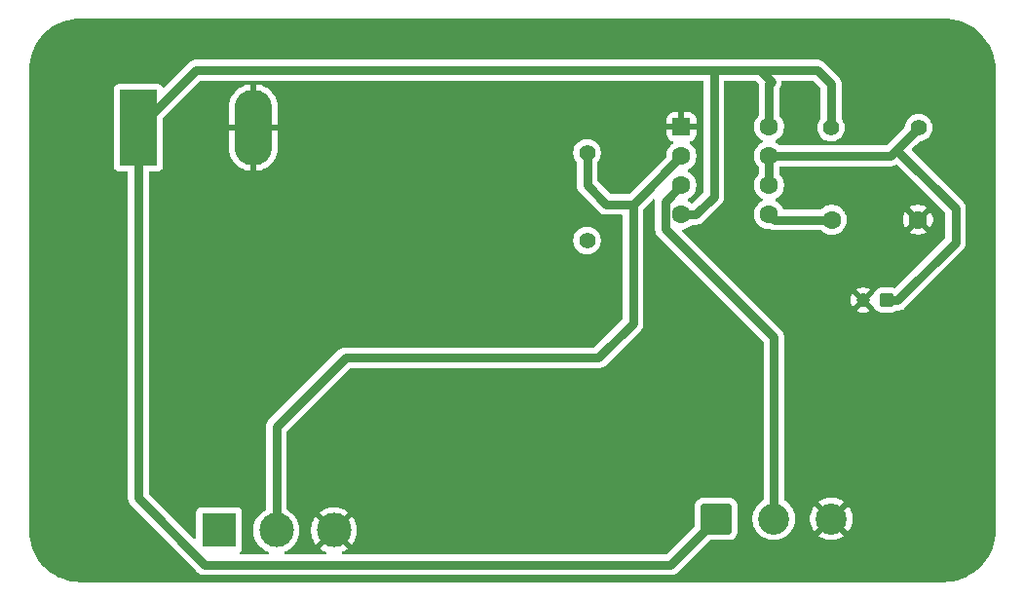
<source format=gbr>
%TF.GenerationSoftware,KiCad,Pcbnew,9.0.2*%
%TF.CreationDate,2025-06-20T12:40:34-04:00*%
%TF.ProjectId,criss,63726973-732e-46b6-9963-61645f706362,rev?*%
%TF.SameCoordinates,Original*%
%TF.FileFunction,Copper,L2,Bot*%
%TF.FilePolarity,Positive*%
%FSLAX46Y46*%
G04 Gerber Fmt 4.6, Leading zero omitted, Abs format (unit mm)*
G04 Created by KiCad (PCBNEW 9.0.2) date 2025-06-20 12:40:34*
%MOMM*%
%LPD*%
G01*
G04 APERTURE LIST*
G04 Aperture macros list*
%AMRoundRect*
0 Rectangle with rounded corners*
0 $1 Rounding radius*
0 $2 $3 $4 $5 $6 $7 $8 $9 X,Y pos of 4 corners*
0 Add a 4 corners polygon primitive as box body*
4,1,4,$2,$3,$4,$5,$6,$7,$8,$9,$2,$3,0*
0 Add four circle primitives for the rounded corners*
1,1,$1+$1,$2,$3*
1,1,$1+$1,$4,$5*
1,1,$1+$1,$6,$7*
1,1,$1+$1,$8,$9*
0 Add four rect primitives between the rounded corners*
20,1,$1+$1,$2,$3,$4,$5,0*
20,1,$1+$1,$4,$5,$6,$7,0*
20,1,$1+$1,$6,$7,$8,$9,0*
20,1,$1+$1,$8,$9,$2,$3,0*%
G04 Aperture macros list end*
%TA.AperFunction,ComponentPad*%
%ADD10RoundRect,0.250000X0.350000X0.350000X-0.350000X0.350000X-0.350000X-0.350000X0.350000X-0.350000X0*%
%TD*%
%TA.AperFunction,ComponentPad*%
%ADD11C,1.200000*%
%TD*%
%TA.AperFunction,ComponentPad*%
%ADD12RoundRect,0.250000X-0.550000X-0.550000X0.550000X-0.550000X0.550000X0.550000X-0.550000X0.550000X0*%
%TD*%
%TA.AperFunction,ComponentPad*%
%ADD13C,1.600000*%
%TD*%
%TA.AperFunction,ComponentPad*%
%ADD14R,3.300000X6.600000*%
%TD*%
%TA.AperFunction,ComponentPad*%
%ADD15O,3.300000X6.600000*%
%TD*%
%TA.AperFunction,ComponentPad*%
%ADD16C,1.400000*%
%TD*%
%TA.AperFunction,ComponentPad*%
%ADD17R,3.000000X3.000000*%
%TD*%
%TA.AperFunction,ComponentPad*%
%ADD18C,3.000000*%
%TD*%
%TA.AperFunction,ComponentPad*%
%ADD19RoundRect,0.250001X-1.099999X-1.099999X1.099999X-1.099999X1.099999X1.099999X-1.099999X1.099999X0*%
%TD*%
%TA.AperFunction,ComponentPad*%
%ADD20C,2.700000*%
%TD*%
%TA.AperFunction,Conductor*%
%ADD21C,0.200000*%
%TD*%
%TA.AperFunction,Conductor*%
%ADD22C,0.800000*%
%TD*%
G04 APERTURE END LIST*
D10*
%TO.P,C2,1*%
%TO.N,Net-(U1-DIS)*%
X95000000Y-45000000D03*
D11*
%TO.P,C2,2*%
%TO.N,GND*%
X93000000Y-45000000D03*
%TD*%
D12*
%TO.P,U1,1,GND*%
%TO.N,GND*%
X77195000Y-29920000D03*
D13*
%TO.P,U1,2,TR*%
%TO.N,Net-(U1-TR)*%
X77195000Y-32460000D03*
%TO.P,U1,3,Q*%
%TO.N,Net-(J1-Pin_2)*%
X77195000Y-35000000D03*
%TO.P,U1,4,R*%
%TO.N,+5V*%
X77195000Y-37540000D03*
%TO.P,U1,5,CV*%
%TO.N,Net-(U1-CV)*%
X84815000Y-37540000D03*
%TO.P,U1,6,THR*%
%TO.N,Net-(U1-DIS)*%
X84815000Y-35000000D03*
%TO.P,U1,7,DIS*%
X84815000Y-32460000D03*
%TO.P,U1,8,VCC*%
%TO.N,+5V*%
X84815000Y-29920000D03*
%TD*%
D14*
%TO.P,J2,1,Pin_1*%
%TO.N,+5V*%
X30000000Y-30000000D03*
D15*
%TO.P,J2,2,Pin_2*%
%TO.N,GND*%
X40000000Y-30000000D03*
%TD*%
D16*
%TO.P,R2,1*%
%TO.N,+5V*%
X69000000Y-39810000D03*
%TO.P,R2,2*%
%TO.N,Net-(U1-TR)*%
X69000000Y-32190000D03*
%TD*%
D17*
%TO.P,RV1,1,1*%
%TO.N,unconnected-(RV1-Pad1)*%
X37000000Y-65000000D03*
D18*
%TO.P,RV1,2,2*%
%TO.N,Net-(U1-TR)*%
X42000000Y-65000000D03*
%TO.P,RV1,3,3*%
%TO.N,GND*%
X47000000Y-65000000D03*
%TD*%
D13*
%TO.P,C1,1*%
%TO.N,Net-(U1-CV)*%
X90250000Y-38000000D03*
%TO.P,C1,2*%
%TO.N,GND*%
X97750000Y-38000000D03*
%TD*%
D19*
%TO.P,J1,1,Pin_1*%
%TO.N,+5V*%
X80222500Y-64000000D03*
D20*
%TO.P,J1,2,Pin_2*%
%TO.N,Net-(J1-Pin_2)*%
X85222500Y-64000000D03*
%TO.P,J1,3,Pin_3*%
%TO.N,GND*%
X90222500Y-64000000D03*
%TD*%
D16*
%TO.P,R1,1*%
%TO.N,+5V*%
X90190000Y-30000000D03*
%TO.P,R1,2*%
%TO.N,Net-(U1-DIS)*%
X97810000Y-30000000D03*
%TD*%
D21*
%TO.N,GND*%
X40080000Y-29920000D02*
X40000000Y-30000000D01*
D22*
%TO.N,Net-(U1-CV)*%
X90250000Y-38000000D02*
X85275000Y-38000000D01*
X85275000Y-38000000D02*
X84815000Y-37540000D01*
%TO.N,Net-(U1-DIS)*%
X95905000Y-31905000D02*
X97810000Y-30000000D01*
X101000000Y-40000000D02*
X101000000Y-37000000D01*
X101000000Y-37000000D02*
X95905000Y-31905000D01*
X84815000Y-32460000D02*
X84815000Y-35000000D01*
X95350000Y-32460000D02*
X95905000Y-31905000D01*
X96000000Y-45000000D02*
X101000000Y-40000000D01*
X84815000Y-32460000D02*
X95350000Y-32460000D01*
X95000000Y-45000000D02*
X96000000Y-45000000D01*
%TO.N,+5V*%
X84000000Y-25000000D02*
X80000000Y-25000000D01*
X35000000Y-25000000D02*
X30000000Y-30000000D01*
X90190000Y-30000000D02*
X90190000Y-26190000D01*
X78460000Y-37540000D02*
X80000000Y-36000000D01*
X30000000Y-30000000D02*
X30000000Y-62202000D01*
X76222500Y-68000000D02*
X80222500Y-64000000D01*
X77195000Y-37540000D02*
X78460000Y-37540000D01*
X84815000Y-29920000D02*
X84815000Y-26185000D01*
X85000000Y-26000000D02*
X84000000Y-25000000D01*
X80000000Y-25000000D02*
X72000000Y-25000000D01*
X35798000Y-68000000D02*
X76222500Y-68000000D01*
X84815000Y-26185000D02*
X85000000Y-26000000D01*
X72000000Y-25000000D02*
X35000000Y-25000000D01*
X80000000Y-36000000D02*
X80000000Y-25000000D01*
X30000000Y-62202000D02*
X35798000Y-68000000D01*
X89000000Y-25000000D02*
X84000000Y-25000000D01*
X90190000Y-26190000D02*
X89000000Y-25000000D01*
%TO.N,Net-(J1-Pin_2)*%
X75794000Y-38794000D02*
X85222500Y-48222500D01*
X85222500Y-48222500D02*
X85222500Y-64000000D01*
X77195000Y-35000000D02*
X75794000Y-36401000D01*
X75794000Y-36401000D02*
X75794000Y-38794000D01*
%TO.N,Net-(U1-TR)*%
X70655000Y-36655000D02*
X73000000Y-36655000D01*
X73000000Y-47000000D02*
X73000000Y-36655000D01*
X69000000Y-32190000D02*
X69000000Y-35000000D01*
X73000000Y-36655000D02*
X77195000Y-32460000D01*
X48000000Y-50000000D02*
X70000000Y-50000000D01*
X70000000Y-50000000D02*
X73000000Y-47000000D01*
X42000000Y-65000000D02*
X42000000Y-56000000D01*
X42000000Y-56000000D02*
X48000000Y-50000000D01*
X69000000Y-35000000D02*
X70655000Y-36655000D01*
%TD*%
%TA.AperFunction,Conductor*%
%TO.N,GND*%
G36*
X79042539Y-25920185D02*
G01*
X79088294Y-25972989D01*
X79099500Y-26024500D01*
X79099500Y-35575637D01*
X79079815Y-35642676D01*
X79063181Y-35663318D01*
X78196018Y-36530480D01*
X78134695Y-36563965D01*
X78065003Y-36558981D01*
X78035452Y-36543117D01*
X77876614Y-36427715D01*
X77870006Y-36424348D01*
X77783917Y-36380483D01*
X77733123Y-36332511D01*
X77716328Y-36264690D01*
X77738865Y-36198555D01*
X77783917Y-36159516D01*
X77876610Y-36112287D01*
X77897770Y-36096913D01*
X78042213Y-35991971D01*
X78042215Y-35991968D01*
X78042219Y-35991966D01*
X78186966Y-35847219D01*
X78186968Y-35847215D01*
X78186971Y-35847213D01*
X78256389Y-35751666D01*
X78307287Y-35681610D01*
X78400220Y-35499219D01*
X78463477Y-35304534D01*
X78495500Y-35102352D01*
X78495500Y-34897648D01*
X78463477Y-34695466D01*
X78400220Y-34500781D01*
X78400218Y-34500778D01*
X78400218Y-34500776D01*
X78366503Y-34434607D01*
X78307287Y-34318390D01*
X78299556Y-34307749D01*
X78186971Y-34152786D01*
X78042213Y-34008028D01*
X77876614Y-33887715D01*
X77870006Y-33884348D01*
X77783917Y-33840483D01*
X77733123Y-33792511D01*
X77716328Y-33724690D01*
X77738865Y-33658555D01*
X77783917Y-33619516D01*
X77876610Y-33572287D01*
X77917845Y-33542328D01*
X78042213Y-33451971D01*
X78042215Y-33451968D01*
X78042219Y-33451966D01*
X78186966Y-33307219D01*
X78186968Y-33307215D01*
X78186971Y-33307213D01*
X78257329Y-33210372D01*
X78307287Y-33141610D01*
X78400220Y-32959219D01*
X78463477Y-32764534D01*
X78495500Y-32562352D01*
X78495500Y-32357648D01*
X78463477Y-32155466D01*
X78400220Y-31960781D01*
X78400218Y-31960778D01*
X78400218Y-31960776D01*
X78313675Y-31790928D01*
X78307287Y-31778390D01*
X78299556Y-31767749D01*
X78186971Y-31612786D01*
X78042217Y-31468032D01*
X78042212Y-31468028D01*
X77948051Y-31399616D01*
X77905385Y-31344286D01*
X77899406Y-31274673D01*
X77932012Y-31212878D01*
X77981933Y-31181592D01*
X78064117Y-31154359D01*
X78064124Y-31154356D01*
X78213345Y-31062315D01*
X78337315Y-30938345D01*
X78429356Y-30789124D01*
X78429358Y-30789119D01*
X78484505Y-30622697D01*
X78484506Y-30622690D01*
X78494999Y-30519986D01*
X78495000Y-30519973D01*
X78495000Y-30170000D01*
X77510686Y-30170000D01*
X77515080Y-30165606D01*
X77567741Y-30074394D01*
X77595000Y-29972661D01*
X77595000Y-29867339D01*
X77567741Y-29765606D01*
X77515080Y-29674394D01*
X77510686Y-29670000D01*
X78494999Y-29670000D01*
X78494999Y-29320028D01*
X78494998Y-29320013D01*
X78484505Y-29217302D01*
X78429358Y-29050880D01*
X78429356Y-29050875D01*
X78337315Y-28901654D01*
X78213345Y-28777684D01*
X78064124Y-28685643D01*
X78064119Y-28685641D01*
X77897697Y-28630494D01*
X77897690Y-28630493D01*
X77794986Y-28620000D01*
X77445000Y-28620000D01*
X77445000Y-29604314D01*
X77440606Y-29599920D01*
X77349394Y-29547259D01*
X77247661Y-29520000D01*
X77142339Y-29520000D01*
X77040606Y-29547259D01*
X76949394Y-29599920D01*
X76945000Y-29604314D01*
X76945000Y-28620000D01*
X76595028Y-28620000D01*
X76595012Y-28620001D01*
X76492302Y-28630494D01*
X76325880Y-28685641D01*
X76325875Y-28685643D01*
X76176654Y-28777684D01*
X76052684Y-28901654D01*
X75960643Y-29050875D01*
X75960641Y-29050880D01*
X75905494Y-29217302D01*
X75905493Y-29217309D01*
X75895000Y-29320013D01*
X75895000Y-29670000D01*
X76879314Y-29670000D01*
X76874920Y-29674394D01*
X76822259Y-29765606D01*
X76795000Y-29867339D01*
X76795000Y-29972661D01*
X76822259Y-30074394D01*
X76874920Y-30165606D01*
X76879314Y-30170000D01*
X75895001Y-30170000D01*
X75895001Y-30519986D01*
X75905494Y-30622697D01*
X75960641Y-30789119D01*
X75960643Y-30789124D01*
X76052684Y-30938345D01*
X76176654Y-31062315D01*
X76325875Y-31154356D01*
X76325882Y-31154359D01*
X76408067Y-31181592D01*
X76465512Y-31221364D01*
X76492336Y-31285880D01*
X76480021Y-31354656D01*
X76441949Y-31399616D01*
X76347787Y-31468028D01*
X76347782Y-31468032D01*
X76203028Y-31612786D01*
X76082715Y-31778386D01*
X75989781Y-31960776D01*
X75926522Y-32155465D01*
X75894500Y-32357648D01*
X75894500Y-32435638D01*
X75874815Y-32502677D01*
X75858181Y-32523319D01*
X72663319Y-35718181D01*
X72601996Y-35751666D01*
X72575638Y-35754500D01*
X71079361Y-35754500D01*
X71012322Y-35734815D01*
X70991680Y-35718181D01*
X69936819Y-34663319D01*
X69903334Y-34601996D01*
X69900500Y-34575638D01*
X69900500Y-33033269D01*
X69920185Y-32966230D01*
X69924160Y-32960413D01*
X70026760Y-32819199D01*
X70112547Y-32650832D01*
X70170940Y-32471118D01*
X70200500Y-32284486D01*
X70200500Y-32095513D01*
X70170940Y-31908881D01*
X70112545Y-31729163D01*
X70067290Y-31640347D01*
X70026760Y-31560801D01*
X69915690Y-31407927D01*
X69782073Y-31274310D01*
X69629199Y-31163240D01*
X69611763Y-31154356D01*
X69460836Y-31077454D01*
X69281118Y-31019059D01*
X69094486Y-30989500D01*
X69094481Y-30989500D01*
X68905519Y-30989500D01*
X68905514Y-30989500D01*
X68718881Y-31019059D01*
X68539163Y-31077454D01*
X68370800Y-31163240D01*
X68283579Y-31226610D01*
X68217927Y-31274310D01*
X68217925Y-31274312D01*
X68217924Y-31274312D01*
X68084312Y-31407924D01*
X68084312Y-31407925D01*
X68084310Y-31407927D01*
X68036610Y-31473579D01*
X67973240Y-31560800D01*
X67887454Y-31729163D01*
X67829059Y-31908881D01*
X67799500Y-32095513D01*
X67799500Y-32284486D01*
X67829059Y-32471118D01*
X67887454Y-32650836D01*
X67945387Y-32764534D01*
X67973240Y-32819199D01*
X68075819Y-32960386D01*
X68099298Y-33026189D01*
X68099500Y-33033269D01*
X68099500Y-35088696D01*
X68134103Y-35262659D01*
X68134104Y-35262665D01*
X68134105Y-35262666D01*
X68149792Y-35300536D01*
X68201987Y-35426547D01*
X68250545Y-35499219D01*
X68254601Y-35505289D01*
X68254605Y-35505297D01*
X68300532Y-35574031D01*
X68300538Y-35574039D01*
X69955536Y-37229035D01*
X70044887Y-37318386D01*
X70080966Y-37354465D01*
X70228446Y-37453009D01*
X70228459Y-37453016D01*
X70343764Y-37500776D01*
X70392334Y-37520894D01*
X70392336Y-37520894D01*
X70392341Y-37520896D01*
X70566304Y-37555499D01*
X70566307Y-37555500D01*
X70566309Y-37555500D01*
X71975500Y-37555500D01*
X72042539Y-37575185D01*
X72088294Y-37627989D01*
X72099500Y-37679500D01*
X72099500Y-46575638D01*
X72079815Y-46642677D01*
X72063181Y-46663319D01*
X69663319Y-49063181D01*
X69601996Y-49096666D01*
X69575638Y-49099500D01*
X47911306Y-49099500D01*
X47832547Y-49115166D01*
X47793167Y-49123000D01*
X47748439Y-49131897D01*
X47737333Y-49134106D01*
X47737332Y-49134106D01*
X47573459Y-49201983D01*
X47573446Y-49201990D01*
X47425966Y-49300534D01*
X47425964Y-49300537D01*
X41300538Y-55425960D01*
X41300537Y-55425961D01*
X41261064Y-55485039D01*
X41261063Y-55485040D01*
X41201985Y-55573455D01*
X41168046Y-55655393D01*
X41134106Y-55737329D01*
X41134103Y-55737341D01*
X41099500Y-55911303D01*
X41099500Y-63138334D01*
X41079815Y-63205373D01*
X41037500Y-63245721D01*
X40886196Y-63333075D01*
X40678148Y-63492718D01*
X40492718Y-63678148D01*
X40333075Y-63886196D01*
X40201958Y-64113299D01*
X40201953Y-64113309D01*
X40101605Y-64355571D01*
X40101602Y-64355581D01*
X40033730Y-64608884D01*
X40033716Y-64608990D01*
X39999500Y-64868872D01*
X39999500Y-65131127D01*
X40015519Y-65252795D01*
X40033730Y-65391116D01*
X40089700Y-65600000D01*
X40101602Y-65644418D01*
X40101605Y-65644428D01*
X40201953Y-65886690D01*
X40201958Y-65886700D01*
X40333075Y-66113803D01*
X40492718Y-66321851D01*
X40492726Y-66321860D01*
X40678140Y-66507274D01*
X40678148Y-66507281D01*
X40886196Y-66666924D01*
X41113299Y-66798041D01*
X41113309Y-66798046D01*
X41265146Y-66860939D01*
X41319549Y-66904780D01*
X41341614Y-66971074D01*
X41324335Y-67038774D01*
X41273197Y-67086384D01*
X41217693Y-67099500D01*
X38906894Y-67099500D01*
X38839855Y-67079815D01*
X38794100Y-67027011D01*
X38784156Y-66957853D01*
X38813181Y-66894297D01*
X38832582Y-66876234D01*
X38857546Y-66857546D01*
X38943796Y-66742331D01*
X38994091Y-66607483D01*
X39000500Y-66547873D01*
X39000499Y-63452128D01*
X38994091Y-63392517D01*
X38943796Y-63257669D01*
X38943795Y-63257668D01*
X38943793Y-63257664D01*
X38857547Y-63142455D01*
X38857544Y-63142452D01*
X38742335Y-63056206D01*
X38742328Y-63056202D01*
X38607482Y-63005908D01*
X38607483Y-63005908D01*
X38547883Y-62999501D01*
X38547881Y-62999500D01*
X38547873Y-62999500D01*
X38547864Y-62999500D01*
X35452129Y-62999500D01*
X35452123Y-62999501D01*
X35392516Y-63005908D01*
X35257671Y-63056202D01*
X35257664Y-63056206D01*
X35142455Y-63142452D01*
X35142452Y-63142455D01*
X35056206Y-63257664D01*
X35056202Y-63257671D01*
X35005908Y-63392517D01*
X34999501Y-63452116D01*
X34999501Y-63452123D01*
X34999500Y-63452135D01*
X34999500Y-65628638D01*
X34979815Y-65695677D01*
X34927011Y-65741432D01*
X34857853Y-65751376D01*
X34794297Y-65722351D01*
X34787819Y-65716319D01*
X30936819Y-61865319D01*
X30903334Y-61803996D01*
X30900500Y-61777638D01*
X30900500Y-39715513D01*
X67799500Y-39715513D01*
X67799500Y-39904486D01*
X67829059Y-40091118D01*
X67887454Y-40270836D01*
X67973240Y-40439199D01*
X68084310Y-40592073D01*
X68217927Y-40725690D01*
X68370801Y-40836760D01*
X68450347Y-40877290D01*
X68539163Y-40922545D01*
X68539165Y-40922545D01*
X68539168Y-40922547D01*
X68635497Y-40953846D01*
X68718881Y-40980940D01*
X68905514Y-41010500D01*
X68905519Y-41010500D01*
X69094486Y-41010500D01*
X69281118Y-40980940D01*
X69460832Y-40922547D01*
X69629199Y-40836760D01*
X69782073Y-40725690D01*
X69915690Y-40592073D01*
X70026760Y-40439199D01*
X70112547Y-40270832D01*
X70170940Y-40091118D01*
X70199419Y-39911308D01*
X70200500Y-39904486D01*
X70200500Y-39715513D01*
X70170940Y-39528881D01*
X70143846Y-39445497D01*
X70112547Y-39349168D01*
X70112545Y-39349165D01*
X70112545Y-39349163D01*
X70067290Y-39260347D01*
X70026760Y-39180801D01*
X69915690Y-39027927D01*
X69782073Y-38894310D01*
X69629199Y-38783240D01*
X69460836Y-38697454D01*
X69281118Y-38639059D01*
X69094486Y-38609500D01*
X69094481Y-38609500D01*
X68905519Y-38609500D01*
X68905514Y-38609500D01*
X68718881Y-38639059D01*
X68539163Y-38697454D01*
X68370800Y-38783240D01*
X68336065Y-38808477D01*
X68217927Y-38894310D01*
X68217925Y-38894312D01*
X68217924Y-38894312D01*
X68084312Y-39027924D01*
X68084312Y-39027925D01*
X68084310Y-39027927D01*
X68063436Y-39056658D01*
X67973240Y-39180800D01*
X67887454Y-39349163D01*
X67829059Y-39528881D01*
X67799500Y-39715513D01*
X30900500Y-39715513D01*
X30900500Y-33924499D01*
X30920185Y-33857460D01*
X30972989Y-33811705D01*
X31024500Y-33800499D01*
X31697871Y-33800499D01*
X31697872Y-33800499D01*
X31757483Y-33794091D01*
X31892331Y-33743796D01*
X32007546Y-33657546D01*
X32093796Y-33542331D01*
X32144091Y-33407483D01*
X32150500Y-33347873D01*
X32150499Y-29174360D01*
X32170184Y-29107322D01*
X32186813Y-29086685D01*
X33064411Y-28209088D01*
X37850000Y-28209088D01*
X37850000Y-29750000D01*
X38925885Y-29750000D01*
X38900000Y-29913428D01*
X38900000Y-30086572D01*
X38925885Y-30250000D01*
X37850000Y-30250000D01*
X37850000Y-31790911D01*
X37850001Y-31790928D01*
X37886786Y-32070340D01*
X37959733Y-32342582D01*
X38067584Y-32602957D01*
X38067589Y-32602968D01*
X38208500Y-32847031D01*
X38208511Y-32847047D01*
X38380074Y-33070633D01*
X38380080Y-33070640D01*
X38579359Y-33269919D01*
X38579366Y-33269925D01*
X38802952Y-33441488D01*
X38802968Y-33441499D01*
X39047031Y-33582410D01*
X39047042Y-33582415D01*
X39307417Y-33690266D01*
X39579659Y-33763213D01*
X39750000Y-33785639D01*
X39750000Y-31074115D01*
X39913428Y-31100000D01*
X40086572Y-31100000D01*
X40250000Y-31074115D01*
X40250000Y-33785638D01*
X40420340Y-33763213D01*
X40692582Y-33690266D01*
X40952957Y-33582415D01*
X40952968Y-33582410D01*
X41197031Y-33441499D01*
X41197047Y-33441488D01*
X41420633Y-33269925D01*
X41420640Y-33269919D01*
X41619919Y-33070640D01*
X41619925Y-33070633D01*
X41791488Y-32847047D01*
X41791499Y-32847031D01*
X41932410Y-32602968D01*
X41932415Y-32602957D01*
X42040266Y-32342582D01*
X42113213Y-32070340D01*
X42149998Y-31790928D01*
X42150000Y-31790911D01*
X42150000Y-30250000D01*
X41074115Y-30250000D01*
X41100000Y-30086572D01*
X41100000Y-29913428D01*
X41074115Y-29750000D01*
X42150000Y-29750000D01*
X42150000Y-28209088D01*
X42149998Y-28209071D01*
X42113213Y-27929659D01*
X42040266Y-27657417D01*
X41932415Y-27397042D01*
X41932410Y-27397031D01*
X41791499Y-27152968D01*
X41791488Y-27152952D01*
X41619925Y-26929366D01*
X41619919Y-26929359D01*
X41420640Y-26730080D01*
X41420633Y-26730074D01*
X41197047Y-26558511D01*
X41197031Y-26558500D01*
X40952968Y-26417589D01*
X40952957Y-26417584D01*
X40692582Y-26309733D01*
X40420340Y-26236786D01*
X40250000Y-26214359D01*
X40250000Y-28925884D01*
X40086572Y-28900000D01*
X39913428Y-28900000D01*
X39750000Y-28925884D01*
X39750000Y-26214359D01*
X39749999Y-26214359D01*
X39579659Y-26236786D01*
X39307417Y-26309733D01*
X39047042Y-26417584D01*
X39047031Y-26417589D01*
X38802968Y-26558500D01*
X38802952Y-26558511D01*
X38579366Y-26730074D01*
X38579359Y-26730080D01*
X38380080Y-26929359D01*
X38380074Y-26929366D01*
X38208511Y-27152952D01*
X38208500Y-27152968D01*
X38067589Y-27397031D01*
X38067584Y-27397042D01*
X37959733Y-27657417D01*
X37886786Y-27929659D01*
X37850001Y-28209071D01*
X37850000Y-28209088D01*
X33064411Y-28209088D01*
X35336681Y-25936819D01*
X35398004Y-25903334D01*
X35424362Y-25900500D01*
X71911309Y-25900500D01*
X78975500Y-25900500D01*
X79042539Y-25920185D01*
G37*
%TD.AperFunction*%
%TA.AperFunction,Conductor*%
G36*
X100002702Y-20500617D02*
G01*
X100386771Y-20517386D01*
X100397506Y-20518326D01*
X100775971Y-20568152D01*
X100786597Y-20570025D01*
X101159284Y-20652648D01*
X101169710Y-20655442D01*
X101533765Y-20770227D01*
X101543911Y-20773920D01*
X101896578Y-20920000D01*
X101906369Y-20924566D01*
X102244942Y-21100816D01*
X102254310Y-21106224D01*
X102576244Y-21311318D01*
X102585105Y-21317523D01*
X102887930Y-21549889D01*
X102896217Y-21556843D01*
X103177635Y-21814715D01*
X103185284Y-21822364D01*
X103443156Y-22103782D01*
X103450110Y-22112069D01*
X103682476Y-22414894D01*
X103688681Y-22423755D01*
X103893775Y-22745689D01*
X103899183Y-22755057D01*
X104075430Y-23093623D01*
X104080002Y-23103427D01*
X104226075Y-23456078D01*
X104229775Y-23466244D01*
X104344554Y-23830278D01*
X104347354Y-23840727D01*
X104429971Y-24213389D01*
X104431849Y-24224042D01*
X104481671Y-24602473D01*
X104482614Y-24613249D01*
X104499382Y-24997297D01*
X104499500Y-25002706D01*
X104499500Y-64997293D01*
X104499382Y-65002702D01*
X104482614Y-65386750D01*
X104481671Y-65397526D01*
X104431849Y-65775957D01*
X104429971Y-65786610D01*
X104347354Y-66159272D01*
X104344554Y-66169721D01*
X104229775Y-66533755D01*
X104226075Y-66543921D01*
X104080002Y-66896572D01*
X104075430Y-66906376D01*
X103899183Y-67244942D01*
X103893775Y-67254310D01*
X103688681Y-67576244D01*
X103682476Y-67585105D01*
X103450110Y-67887930D01*
X103443156Y-67896217D01*
X103185284Y-68177635D01*
X103177635Y-68185284D01*
X102896217Y-68443156D01*
X102887930Y-68450110D01*
X102585105Y-68682476D01*
X102576244Y-68688681D01*
X102254310Y-68893775D01*
X102244942Y-68899183D01*
X101906376Y-69075430D01*
X101896572Y-69080002D01*
X101543921Y-69226075D01*
X101533755Y-69229775D01*
X101169721Y-69344554D01*
X101159272Y-69347354D01*
X100786610Y-69429971D01*
X100775957Y-69431849D01*
X100397526Y-69481671D01*
X100386750Y-69482614D01*
X100002703Y-69499382D01*
X99997294Y-69499500D01*
X25002706Y-69499500D01*
X24997297Y-69499382D01*
X24613249Y-69482614D01*
X24602473Y-69481671D01*
X24224042Y-69431849D01*
X24213389Y-69429971D01*
X23840727Y-69347354D01*
X23830278Y-69344554D01*
X23466244Y-69229775D01*
X23456078Y-69226075D01*
X23103427Y-69080002D01*
X23093623Y-69075430D01*
X22755057Y-68899183D01*
X22745689Y-68893775D01*
X22423755Y-68688681D01*
X22414894Y-68682476D01*
X22112069Y-68450110D01*
X22103782Y-68443156D01*
X21822364Y-68185284D01*
X21814715Y-68177635D01*
X21556843Y-67896217D01*
X21549889Y-67887930D01*
X21317523Y-67585105D01*
X21311318Y-67576244D01*
X21106224Y-67254310D01*
X21100816Y-67244942D01*
X20924566Y-66906369D01*
X20919997Y-66896572D01*
X20911573Y-66876234D01*
X20773920Y-66543911D01*
X20770224Y-66533755D01*
X20655442Y-66169710D01*
X20652648Y-66159284D01*
X20570025Y-65786597D01*
X20568152Y-65775971D01*
X20518326Y-65397506D01*
X20517386Y-65386771D01*
X20500618Y-65002702D01*
X20500500Y-64997293D01*
X20500500Y-26652135D01*
X27849500Y-26652135D01*
X27849500Y-33347870D01*
X27849501Y-33347876D01*
X27855908Y-33407483D01*
X27906202Y-33542328D01*
X27906206Y-33542335D01*
X27992452Y-33657544D01*
X27992455Y-33657547D01*
X28107664Y-33743793D01*
X28107671Y-33743797D01*
X28242517Y-33794091D01*
X28242516Y-33794091D01*
X28248925Y-33794780D01*
X28302127Y-33800500D01*
X28975500Y-33800499D01*
X29042539Y-33820183D01*
X29088294Y-33872987D01*
X29099500Y-33924499D01*
X29099500Y-62290696D01*
X29134103Y-62464658D01*
X29134105Y-62464666D01*
X29165526Y-62540524D01*
X29165529Y-62540529D01*
X29168046Y-62546606D01*
X29201987Y-62628547D01*
X29261063Y-62716959D01*
X29264169Y-62721607D01*
X29264172Y-62721613D01*
X29300534Y-62776034D01*
X29300535Y-62776035D01*
X29300536Y-62776036D01*
X35098536Y-68574035D01*
X35206977Y-68682476D01*
X35223966Y-68699465D01*
X35371447Y-68798009D01*
X35371453Y-68798013D01*
X35453393Y-68831953D01*
X35535334Y-68865895D01*
X35702687Y-68899183D01*
X35709303Y-68900499D01*
X35709307Y-68900500D01*
X35709308Y-68900500D01*
X76311193Y-68900500D01*
X76311194Y-68900499D01*
X76485166Y-68865895D01*
X76567106Y-68831953D01*
X76649047Y-68798013D01*
X76737459Y-68738936D01*
X76796536Y-68699464D01*
X79609180Y-65886818D01*
X79670503Y-65853334D01*
X79696861Y-65850500D01*
X81372503Y-65850500D01*
X81372508Y-65850500D01*
X81475297Y-65839999D01*
X81641834Y-65784814D01*
X81791155Y-65692711D01*
X81915211Y-65568655D01*
X82007314Y-65419334D01*
X82062499Y-65252797D01*
X82073000Y-65150008D01*
X82073000Y-62849992D01*
X82062499Y-62747203D01*
X82007314Y-62580666D01*
X81986305Y-62546606D01*
X81915213Y-62431348D01*
X81915210Y-62431344D01*
X81791155Y-62307289D01*
X81791151Y-62307286D01*
X81641837Y-62215187D01*
X81641835Y-62215186D01*
X81540638Y-62181653D01*
X81475297Y-62160001D01*
X81475295Y-62160000D01*
X81372515Y-62149500D01*
X81372508Y-62149500D01*
X79072492Y-62149500D01*
X79072484Y-62149500D01*
X78969704Y-62160000D01*
X78969703Y-62160001D01*
X78803164Y-62215186D01*
X78803162Y-62215187D01*
X78653848Y-62307286D01*
X78653844Y-62307289D01*
X78529789Y-62431344D01*
X78529786Y-62431348D01*
X78437687Y-62580662D01*
X78437686Y-62580664D01*
X78382501Y-62747203D01*
X78382500Y-62747204D01*
X78372000Y-62849984D01*
X78372000Y-64525638D01*
X78352315Y-64592677D01*
X78335681Y-64613319D01*
X75885819Y-67063181D01*
X75824496Y-67096666D01*
X75798138Y-67099500D01*
X47780999Y-67099500D01*
X47713960Y-67079815D01*
X47668205Y-67027011D01*
X47658261Y-66957853D01*
X47687286Y-66894297D01*
X47733547Y-66860939D01*
X47886466Y-66797598D01*
X47886482Y-66797590D01*
X48113516Y-66666511D01*
X48113534Y-66666499D01*
X48226365Y-66579919D01*
X48226365Y-66579917D01*
X47211059Y-65564612D01*
X47231591Y-65559111D01*
X47368408Y-65480119D01*
X47480119Y-65368408D01*
X47559111Y-65231591D01*
X47564612Y-65211060D01*
X48579917Y-66226365D01*
X48579919Y-66226365D01*
X48666499Y-66113534D01*
X48666511Y-66113516D01*
X48797590Y-65886482D01*
X48797595Y-65886471D01*
X48897924Y-65644255D01*
X48965777Y-65391020D01*
X48965779Y-65391009D01*
X48999999Y-65131094D01*
X49000000Y-65131080D01*
X49000000Y-64868919D01*
X48999999Y-64868905D01*
X48965779Y-64608990D01*
X48965777Y-64608979D01*
X48897924Y-64355744D01*
X48797595Y-64113528D01*
X48797590Y-64113517D01*
X48666511Y-63886483D01*
X48666505Y-63886475D01*
X48579918Y-63773633D01*
X48579917Y-63773633D01*
X47564612Y-64788939D01*
X47559111Y-64768409D01*
X47480119Y-64631592D01*
X47368408Y-64519881D01*
X47231591Y-64440889D01*
X47211057Y-64435387D01*
X48226365Y-63420080D01*
X48113524Y-63333494D01*
X48113516Y-63333488D01*
X47886482Y-63202409D01*
X47886471Y-63202404D01*
X47644255Y-63102075D01*
X47391020Y-63034222D01*
X47391009Y-63034220D01*
X47131094Y-63000000D01*
X46868905Y-63000000D01*
X46608990Y-63034220D01*
X46608979Y-63034222D01*
X46355744Y-63102075D01*
X46113528Y-63202404D01*
X46113517Y-63202409D01*
X45886471Y-63333496D01*
X45773633Y-63420079D01*
X45773633Y-63420080D01*
X46788940Y-64435387D01*
X46768409Y-64440889D01*
X46631592Y-64519881D01*
X46519881Y-64631592D01*
X46440889Y-64768409D01*
X46435387Y-64788940D01*
X45420080Y-63773633D01*
X45420079Y-63773633D01*
X45333496Y-63886471D01*
X45202409Y-64113517D01*
X45202404Y-64113528D01*
X45102075Y-64355744D01*
X45034222Y-64608979D01*
X45034220Y-64608990D01*
X45000000Y-64868905D01*
X45000000Y-65131094D01*
X45034220Y-65391009D01*
X45034222Y-65391020D01*
X45102075Y-65644255D01*
X45202404Y-65886471D01*
X45202409Y-65886482D01*
X45333488Y-66113516D01*
X45333494Y-66113524D01*
X45420080Y-66226365D01*
X46435387Y-65211058D01*
X46440889Y-65231591D01*
X46519881Y-65368408D01*
X46631592Y-65480119D01*
X46768409Y-65559111D01*
X46788940Y-65564612D01*
X45773633Y-66579917D01*
X45773633Y-66579918D01*
X45886475Y-66666505D01*
X45886483Y-66666511D01*
X46113517Y-66797590D01*
X46113533Y-66797598D01*
X46266453Y-66860939D01*
X46320857Y-66904780D01*
X46342922Y-66971074D01*
X46325643Y-67038773D01*
X46274506Y-67086384D01*
X46219001Y-67099500D01*
X42782307Y-67099500D01*
X42715268Y-67079815D01*
X42669513Y-67027011D01*
X42659569Y-66957853D01*
X42688594Y-66894297D01*
X42734854Y-66860939D01*
X42886690Y-66798046D01*
X42886691Y-66798045D01*
X42886697Y-66798043D01*
X43113803Y-66666924D01*
X43321851Y-66507282D01*
X43321855Y-66507277D01*
X43321860Y-66507274D01*
X43507274Y-66321860D01*
X43507277Y-66321855D01*
X43507282Y-66321851D01*
X43666924Y-66113803D01*
X43798043Y-65886697D01*
X43898398Y-65644419D01*
X43966270Y-65391116D01*
X44000500Y-65131120D01*
X44000500Y-64868880D01*
X43966270Y-64608884D01*
X43898398Y-64355581D01*
X43801334Y-64121248D01*
X43798046Y-64113309D01*
X43798041Y-64113299D01*
X43666924Y-63886196D01*
X43507281Y-63678148D01*
X43507274Y-63678140D01*
X43321860Y-63492726D01*
X43321851Y-63492718D01*
X43113803Y-63333075D01*
X42962500Y-63245721D01*
X42914284Y-63195154D01*
X42900500Y-63138334D01*
X42900500Y-56424361D01*
X42920185Y-56357322D01*
X42936819Y-56336680D01*
X48336680Y-50936819D01*
X48398003Y-50903334D01*
X48424361Y-50900500D01*
X70088693Y-50900500D01*
X70088694Y-50900499D01*
X70262666Y-50865895D01*
X70344606Y-50831953D01*
X70426547Y-50798013D01*
X70514959Y-50738936D01*
X70574036Y-50699464D01*
X73699464Y-47574035D01*
X73798013Y-47426547D01*
X73826983Y-47356606D01*
X73865895Y-47262666D01*
X73900500Y-47088691D01*
X73900500Y-46911308D01*
X73900500Y-37079361D01*
X73920185Y-37012322D01*
X73936814Y-36991684D01*
X74681819Y-36246679D01*
X74743142Y-36213195D01*
X74812834Y-36218179D01*
X74868767Y-36260051D01*
X74893184Y-36325515D01*
X74893500Y-36334361D01*
X74893500Y-38882696D01*
X74928103Y-39056658D01*
X74928105Y-39056666D01*
X74958328Y-39129631D01*
X74958332Y-39129639D01*
X74960182Y-39134105D01*
X74995987Y-39220547D01*
X75028013Y-39268477D01*
X75032091Y-39274580D01*
X75032094Y-39274586D01*
X75094532Y-39368031D01*
X75094538Y-39368039D01*
X84285681Y-48559180D01*
X84319166Y-48620503D01*
X84322000Y-48646861D01*
X84322000Y-62311538D01*
X84302315Y-62378577D01*
X84260001Y-62418924D01*
X84192223Y-62458056D01*
X84192202Y-62458070D01*
X83999763Y-62605733D01*
X83999756Y-62605739D01*
X83828239Y-62777256D01*
X83828233Y-62777263D01*
X83680567Y-62969706D01*
X83680564Y-62969710D01*
X83680564Y-62969711D01*
X83664317Y-62997851D01*
X83559277Y-63179785D01*
X83559273Y-63179794D01*
X83466447Y-63403895D01*
X83403661Y-63638214D01*
X83372000Y-63878711D01*
X83372000Y-64121288D01*
X83403661Y-64361785D01*
X83466447Y-64596104D01*
X83558084Y-64817335D01*
X83559276Y-64820212D01*
X83680564Y-65030289D01*
X83680566Y-65030292D01*
X83680567Y-65030293D01*
X83828233Y-65222736D01*
X83828239Y-65222743D01*
X83999756Y-65394260D01*
X83999763Y-65394266D01*
X84102288Y-65472936D01*
X84192211Y-65541936D01*
X84402288Y-65663224D01*
X84626400Y-65756054D01*
X84860711Y-65818838D01*
X85021440Y-65839998D01*
X85101211Y-65850500D01*
X85101212Y-65850500D01*
X85343789Y-65850500D01*
X85423552Y-65839999D01*
X85584289Y-65818838D01*
X85818600Y-65756054D01*
X86042712Y-65663224D01*
X86252789Y-65541936D01*
X86445238Y-65394265D01*
X86471095Y-65368408D01*
X86502201Y-65337303D01*
X86616760Y-65222743D01*
X86616765Y-65222738D01*
X86764436Y-65030289D01*
X86885724Y-64820212D01*
X86978554Y-64596100D01*
X87041338Y-64361789D01*
X87073000Y-64121288D01*
X87073000Y-63878751D01*
X88372500Y-63878751D01*
X88372500Y-64121248D01*
X88372501Y-64121264D01*
X88404153Y-64361687D01*
X88466921Y-64595939D01*
X88559720Y-64819978D01*
X88559727Y-64819992D01*
X88680981Y-65030010D01*
X88749561Y-65119384D01*
X89468384Y-64400560D01*
X89469240Y-64402626D01*
X89562262Y-64541844D01*
X89680656Y-64660238D01*
X89819874Y-64753260D01*
X89821937Y-64754114D01*
X89103114Y-65472936D01*
X89103114Y-65472937D01*
X89192489Y-65541517D01*
X89192496Y-65541522D01*
X89402507Y-65662772D01*
X89402521Y-65662779D01*
X89626560Y-65755578D01*
X89860812Y-65818346D01*
X90101235Y-65849998D01*
X90101252Y-65850000D01*
X90343748Y-65850000D01*
X90343764Y-65849998D01*
X90584187Y-65818346D01*
X90818439Y-65755578D01*
X91042478Y-65662779D01*
X91042492Y-65662772D01*
X91252516Y-65541515D01*
X91341884Y-65472939D01*
X91341884Y-65472936D01*
X90623062Y-64754114D01*
X90625126Y-64753260D01*
X90764344Y-64660238D01*
X90882738Y-64541844D01*
X90975760Y-64402626D01*
X90976614Y-64400562D01*
X91695436Y-65119384D01*
X91695439Y-65119384D01*
X91764015Y-65030016D01*
X91885272Y-64819992D01*
X91885279Y-64819978D01*
X91978078Y-64595939D01*
X92040846Y-64361687D01*
X92072498Y-64121264D01*
X92072500Y-64121248D01*
X92072500Y-63878751D01*
X92072498Y-63878735D01*
X92040846Y-63638312D01*
X91978078Y-63404060D01*
X91885279Y-63180021D01*
X91885272Y-63180007D01*
X91764022Y-62969996D01*
X91764017Y-62969989D01*
X91695437Y-62880614D01*
X91695436Y-62880614D01*
X90976614Y-63599436D01*
X90975760Y-63597374D01*
X90882738Y-63458156D01*
X90764344Y-63339762D01*
X90625126Y-63246740D01*
X90623060Y-63245884D01*
X91341884Y-62527061D01*
X91252510Y-62458481D01*
X91042492Y-62337227D01*
X91042478Y-62337220D01*
X90818439Y-62244421D01*
X90584187Y-62181653D01*
X90343764Y-62150001D01*
X90343748Y-62150000D01*
X90101252Y-62150000D01*
X90101235Y-62150001D01*
X89860812Y-62181653D01*
X89626560Y-62244421D01*
X89402521Y-62337220D01*
X89402506Y-62337227D01*
X89192490Y-62458480D01*
X89103114Y-62527060D01*
X89103114Y-62527061D01*
X89821938Y-63245885D01*
X89819874Y-63246740D01*
X89680656Y-63339762D01*
X89562262Y-63458156D01*
X89469240Y-63597374D01*
X89468385Y-63599438D01*
X88749561Y-62880614D01*
X88749560Y-62880614D01*
X88680980Y-62969990D01*
X88559727Y-63180006D01*
X88559720Y-63180021D01*
X88466921Y-63404060D01*
X88404153Y-63638312D01*
X88372501Y-63878735D01*
X88372500Y-63878751D01*
X87073000Y-63878751D01*
X87073000Y-63878712D01*
X87041338Y-63638211D01*
X86978554Y-63403900D01*
X86885724Y-63179788D01*
X86764436Y-62969711D01*
X86672572Y-62849991D01*
X86616766Y-62777263D01*
X86616760Y-62777256D01*
X86445243Y-62605739D01*
X86445236Y-62605733D01*
X86252797Y-62458070D01*
X86252795Y-62458069D01*
X86252789Y-62458064D01*
X86252781Y-62458059D01*
X86252776Y-62458056D01*
X86184999Y-62418924D01*
X86136784Y-62368357D01*
X86123000Y-62311538D01*
X86123000Y-48133808D01*
X86122999Y-48133804D01*
X86088396Y-47959841D01*
X86088395Y-47959834D01*
X86022839Y-47801571D01*
X86021195Y-47796974D01*
X85921965Y-47648466D01*
X85921964Y-47648465D01*
X85796535Y-47523036D01*
X84209788Y-45936289D01*
X92417261Y-45936289D01*
X92417262Y-45936290D01*
X92423471Y-45940801D01*
X92577742Y-46019408D01*
X92742415Y-46072914D01*
X92913429Y-46100000D01*
X93086571Y-46100000D01*
X93257584Y-46072914D01*
X93422257Y-46019408D01*
X93576525Y-45940803D01*
X93582736Y-45936289D01*
X93582737Y-45936289D01*
X93000001Y-45353553D01*
X93000000Y-45353553D01*
X92417261Y-45936289D01*
X84209788Y-45936289D01*
X83186927Y-44913428D01*
X91900000Y-44913428D01*
X91900000Y-45086571D01*
X91927085Y-45257584D01*
X91980592Y-45422259D01*
X92059196Y-45576525D01*
X92063709Y-45582736D01*
X92063709Y-45582737D01*
X92646446Y-45000001D01*
X92646446Y-44999999D01*
X92606951Y-44960504D01*
X92700000Y-44960504D01*
X92700000Y-45039496D01*
X92720444Y-45115796D01*
X92759940Y-45184205D01*
X92815795Y-45240060D01*
X92884204Y-45279556D01*
X92960504Y-45300000D01*
X93039496Y-45300000D01*
X93115796Y-45279556D01*
X93184205Y-45240060D01*
X93240060Y-45184205D01*
X93279556Y-45115796D01*
X93300000Y-45039496D01*
X93300000Y-44960504D01*
X93279556Y-44884204D01*
X93240060Y-44815795D01*
X93184205Y-44759940D01*
X93115796Y-44720444D01*
X93039496Y-44700000D01*
X92960504Y-44700000D01*
X92884204Y-44720444D01*
X92815795Y-44759940D01*
X92759940Y-44815795D01*
X92720444Y-44884204D01*
X92700000Y-44960504D01*
X92606951Y-44960504D01*
X92063709Y-44417261D01*
X92063708Y-44417261D01*
X92059203Y-44423463D01*
X92059193Y-44423480D01*
X91980592Y-44577740D01*
X91927085Y-44742415D01*
X91900000Y-44913428D01*
X83186927Y-44913428D01*
X82337207Y-44063708D01*
X92417261Y-44063708D01*
X92417261Y-44063709D01*
X93000000Y-44646446D01*
X93000001Y-44646446D01*
X93582737Y-44063709D01*
X93576525Y-44059196D01*
X93422259Y-43980592D01*
X93257584Y-43927085D01*
X93086571Y-43900000D01*
X92913429Y-43900000D01*
X92742415Y-43927085D01*
X92577740Y-43980592D01*
X92423480Y-44059193D01*
X92423463Y-44059203D01*
X92417261Y-44063708D01*
X82337207Y-44063708D01*
X77311152Y-39037652D01*
X77277667Y-38976329D01*
X77282651Y-38906637D01*
X77324523Y-38850704D01*
X77379432Y-38827499D01*
X77499534Y-38808477D01*
X77694219Y-38745220D01*
X77876610Y-38652287D01*
X77969590Y-38584732D01*
X78042213Y-38531971D01*
X78042215Y-38531968D01*
X78042219Y-38531966D01*
X78097366Y-38476819D01*
X78158689Y-38443334D01*
X78185047Y-38440500D01*
X78548693Y-38440500D01*
X78548694Y-38440499D01*
X78722666Y-38405895D01*
X78804606Y-38371953D01*
X78886547Y-38338013D01*
X78999311Y-38262666D01*
X79034036Y-38239464D01*
X80699464Y-36574036D01*
X80798013Y-36426547D01*
X80865895Y-36262666D01*
X80900500Y-36088692D01*
X80900500Y-35911308D01*
X80900500Y-26024500D01*
X80920185Y-25957461D01*
X80972989Y-25911706D01*
X81024500Y-25900500D01*
X83575638Y-25900500D01*
X83642677Y-25920185D01*
X83663319Y-25936819D01*
X83878181Y-26151680D01*
X83911666Y-26213003D01*
X83914500Y-26239361D01*
X83914500Y-28929953D01*
X83894815Y-28996992D01*
X83878181Y-29017634D01*
X83823032Y-29072782D01*
X83823028Y-29072786D01*
X83702715Y-29238386D01*
X83609781Y-29420776D01*
X83546522Y-29615465D01*
X83514500Y-29817648D01*
X83514500Y-30022351D01*
X83546522Y-30224534D01*
X83609781Y-30419223D01*
X83702715Y-30601613D01*
X83823028Y-30767213D01*
X83967786Y-30911971D01*
X84074498Y-30989500D01*
X84133390Y-31032287D01*
X84213125Y-31072914D01*
X84226080Y-31079515D01*
X84276876Y-31127490D01*
X84293671Y-31195311D01*
X84271134Y-31261446D01*
X84226080Y-31300485D01*
X84133386Y-31347715D01*
X83967786Y-31468028D01*
X83823028Y-31612786D01*
X83702715Y-31778386D01*
X83609781Y-31960776D01*
X83546522Y-32155465D01*
X83514500Y-32357648D01*
X83514500Y-32562351D01*
X83546522Y-32764534D01*
X83609781Y-32959223D01*
X83702715Y-33141613D01*
X83823028Y-33307213D01*
X83878181Y-33362366D01*
X83911666Y-33423689D01*
X83914500Y-33450047D01*
X83914500Y-34009953D01*
X83894815Y-34076992D01*
X83878181Y-34097634D01*
X83823032Y-34152782D01*
X83823028Y-34152786D01*
X83702715Y-34318386D01*
X83609781Y-34500776D01*
X83546522Y-34695465D01*
X83514500Y-34897648D01*
X83514500Y-35102351D01*
X83546522Y-35304534D01*
X83609781Y-35499223D01*
X83702715Y-35681613D01*
X83823028Y-35847213D01*
X83967786Y-35991971D01*
X84122749Y-36104556D01*
X84133390Y-36112287D01*
X84224840Y-36158883D01*
X84226080Y-36159515D01*
X84276876Y-36207490D01*
X84293671Y-36275311D01*
X84271134Y-36341446D01*
X84226080Y-36380485D01*
X84133386Y-36427715D01*
X83967786Y-36548028D01*
X83823028Y-36692786D01*
X83702715Y-36858386D01*
X83609781Y-37040776D01*
X83546522Y-37235465D01*
X83527675Y-37354464D01*
X83514500Y-37437648D01*
X83514500Y-37642352D01*
X83518878Y-37669995D01*
X83546522Y-37844534D01*
X83609781Y-38039223D01*
X83702715Y-38221613D01*
X83823028Y-38387213D01*
X83967786Y-38531971D01*
X84074498Y-38609500D01*
X84133390Y-38652287D01*
X84249607Y-38711503D01*
X84315776Y-38745218D01*
X84315778Y-38745218D01*
X84315781Y-38745220D01*
X84420137Y-38779127D01*
X84510465Y-38808477D01*
X84611557Y-38824488D01*
X84712648Y-38840500D01*
X84712649Y-38840500D01*
X84922225Y-38840500D01*
X84922225Y-38841601D01*
X84973153Y-38849665D01*
X85012334Y-38865895D01*
X85096780Y-38882692D01*
X85186303Y-38900499D01*
X85186307Y-38900500D01*
X85186308Y-38900500D01*
X85186309Y-38900500D01*
X89259953Y-38900500D01*
X89326992Y-38920185D01*
X89347634Y-38936819D01*
X89402786Y-38991971D01*
X89523226Y-39079474D01*
X89568390Y-39112287D01*
X89684607Y-39171503D01*
X89750776Y-39205218D01*
X89750778Y-39205218D01*
X89750781Y-39205220D01*
X89797953Y-39220547D01*
X89945465Y-39268477D01*
X90046557Y-39284488D01*
X90147648Y-39300500D01*
X90147649Y-39300500D01*
X90352351Y-39300500D01*
X90352352Y-39300500D01*
X90554534Y-39268477D01*
X90749219Y-39205220D01*
X90931610Y-39112287D01*
X91047723Y-39027927D01*
X91097213Y-38991971D01*
X91097215Y-38991968D01*
X91097219Y-38991966D01*
X91241966Y-38847219D01*
X91241968Y-38847215D01*
X91241971Y-38847213D01*
X91316073Y-38745218D01*
X91362287Y-38681610D01*
X91455220Y-38499219D01*
X91518477Y-38304534D01*
X91550500Y-38102352D01*
X91550500Y-37897682D01*
X96450000Y-37897682D01*
X96450000Y-38102317D01*
X96482009Y-38304417D01*
X96545244Y-38499031D01*
X96638141Y-38681350D01*
X96638147Y-38681359D01*
X96670523Y-38725921D01*
X96670524Y-38725922D01*
X97350000Y-38046446D01*
X97350000Y-38052661D01*
X97377259Y-38154394D01*
X97429920Y-38245606D01*
X97504394Y-38320080D01*
X97595606Y-38372741D01*
X97697339Y-38400000D01*
X97703553Y-38400000D01*
X97024076Y-39079474D01*
X97068650Y-39111859D01*
X97250968Y-39204755D01*
X97445582Y-39267990D01*
X97647683Y-39300000D01*
X97852317Y-39300000D01*
X98054417Y-39267990D01*
X98249031Y-39204755D01*
X98431349Y-39111859D01*
X98475921Y-39079474D01*
X97796447Y-38400000D01*
X97802661Y-38400000D01*
X97904394Y-38372741D01*
X97995606Y-38320080D01*
X98070080Y-38245606D01*
X98122741Y-38154394D01*
X98150000Y-38052661D01*
X98150000Y-38046447D01*
X98829474Y-38725921D01*
X98861859Y-38681349D01*
X98954755Y-38499031D01*
X99017990Y-38304417D01*
X99050000Y-38102317D01*
X99050000Y-37897682D01*
X99017990Y-37695582D01*
X98954755Y-37500968D01*
X98861859Y-37318650D01*
X98829474Y-37274077D01*
X98829474Y-37274076D01*
X98150000Y-37953551D01*
X98150000Y-37947339D01*
X98122741Y-37845606D01*
X98070080Y-37754394D01*
X97995606Y-37679920D01*
X97904394Y-37627259D01*
X97802661Y-37600000D01*
X97796446Y-37600000D01*
X98475922Y-36920524D01*
X98475921Y-36920523D01*
X98431359Y-36888147D01*
X98431350Y-36888141D01*
X98249031Y-36795244D01*
X98054417Y-36732009D01*
X97852317Y-36700000D01*
X97647683Y-36700000D01*
X97445582Y-36732009D01*
X97250968Y-36795244D01*
X97068644Y-36888143D01*
X97024077Y-36920523D01*
X97024077Y-36920524D01*
X97703554Y-37600000D01*
X97697339Y-37600000D01*
X97595606Y-37627259D01*
X97504394Y-37679920D01*
X97429920Y-37754394D01*
X97377259Y-37845606D01*
X97350000Y-37947339D01*
X97350000Y-37953553D01*
X96670524Y-37274077D01*
X96670523Y-37274077D01*
X96638143Y-37318644D01*
X96545244Y-37500968D01*
X96482009Y-37695582D01*
X96450000Y-37897682D01*
X91550500Y-37897682D01*
X91550500Y-37897648D01*
X91542087Y-37844534D01*
X91518477Y-37695465D01*
X91472999Y-37555499D01*
X91455220Y-37500781D01*
X91455218Y-37500778D01*
X91455218Y-37500776D01*
X91421503Y-37434607D01*
X91362287Y-37318390D01*
X91330092Y-37274077D01*
X91241971Y-37152786D01*
X91097213Y-37008028D01*
X90931613Y-36887715D01*
X90931612Y-36887714D01*
X90931610Y-36887713D01*
X90874053Y-36858386D01*
X90749223Y-36794781D01*
X90554534Y-36731522D01*
X90379995Y-36703878D01*
X90352352Y-36699500D01*
X90147648Y-36699500D01*
X90123329Y-36703351D01*
X89945465Y-36731522D01*
X89750776Y-36794781D01*
X89568386Y-36887715D01*
X89402786Y-37008028D01*
X89402782Y-37008032D01*
X89347634Y-37063181D01*
X89286311Y-37096666D01*
X89259953Y-37099500D01*
X86126127Y-37099500D01*
X86059088Y-37079815D01*
X86015642Y-37031795D01*
X85954251Y-36911310D01*
X85927287Y-36858390D01*
X85919556Y-36847749D01*
X85806971Y-36692786D01*
X85662213Y-36548028D01*
X85496614Y-36427715D01*
X85490006Y-36424348D01*
X85403917Y-36380483D01*
X85353123Y-36332511D01*
X85336328Y-36264690D01*
X85358865Y-36198555D01*
X85403917Y-36159516D01*
X85496610Y-36112287D01*
X85517770Y-36096913D01*
X85662213Y-35991971D01*
X85662215Y-35991968D01*
X85662219Y-35991966D01*
X85806966Y-35847219D01*
X85806968Y-35847215D01*
X85806971Y-35847213D01*
X85876389Y-35751666D01*
X85927287Y-35681610D01*
X86020220Y-35499219D01*
X86083477Y-35304534D01*
X86115500Y-35102352D01*
X86115500Y-34897648D01*
X86083477Y-34695466D01*
X86020220Y-34500781D01*
X86020218Y-34500778D01*
X86020218Y-34500776D01*
X85986503Y-34434607D01*
X85927287Y-34318390D01*
X85919556Y-34307749D01*
X85806971Y-34152786D01*
X85751819Y-34097634D01*
X85718334Y-34036311D01*
X85715500Y-34009953D01*
X85715500Y-33484500D01*
X85735185Y-33417461D01*
X85787989Y-33371706D01*
X85839500Y-33360500D01*
X95438693Y-33360500D01*
X95438694Y-33360499D01*
X95612666Y-33325895D01*
X95694606Y-33291953D01*
X95776547Y-33258013D01*
X95822943Y-33227011D01*
X95829761Y-33223581D01*
X95856922Y-33218623D01*
X95883274Y-33210372D01*
X95890808Y-33212438D01*
X95898495Y-33211036D01*
X95924024Y-33221550D01*
X95950655Y-33228855D01*
X95960308Y-33236493D01*
X95963100Y-33237643D01*
X95964747Y-33240006D01*
X95973171Y-33246671D01*
X100063181Y-37336681D01*
X100096666Y-37398004D01*
X100099500Y-37424362D01*
X100099500Y-39575637D01*
X100079815Y-39642676D01*
X100063181Y-39663318D01*
X95792502Y-43933996D01*
X95731179Y-43967481D01*
X95665818Y-43964021D01*
X95502797Y-43910001D01*
X95502795Y-43910000D01*
X95400010Y-43899500D01*
X94599998Y-43899500D01*
X94599980Y-43899501D01*
X94497203Y-43910000D01*
X94497200Y-43910001D01*
X94330668Y-43965185D01*
X94330663Y-43965187D01*
X94181342Y-44057289D01*
X94057289Y-44181342D01*
X93965186Y-44330666D01*
X93945834Y-44389066D01*
X93915809Y-44437742D01*
X93353553Y-44999999D01*
X93353553Y-45000000D01*
X93915807Y-45562254D01*
X93945831Y-45610929D01*
X93965184Y-45669331D01*
X93965186Y-45669334D01*
X94057288Y-45818656D01*
X94181344Y-45942712D01*
X94330666Y-46034814D01*
X94497203Y-46089999D01*
X94599991Y-46100500D01*
X95400008Y-46100499D01*
X95400016Y-46100498D01*
X95400019Y-46100498D01*
X95456302Y-46094748D01*
X95502797Y-46089999D01*
X95669334Y-46034814D01*
X95818656Y-45942712D01*
X95824549Y-45936819D01*
X95885872Y-45903334D01*
X95912230Y-45900500D01*
X96088693Y-45900500D01*
X96088694Y-45900499D01*
X96262666Y-45865895D01*
X96344606Y-45831953D01*
X96426547Y-45798013D01*
X96514959Y-45738936D01*
X96574036Y-45699464D01*
X101699464Y-40574036D01*
X101789559Y-40439199D01*
X101798013Y-40426547D01*
X101862512Y-40270832D01*
X101865895Y-40262666D01*
X101900500Y-40088692D01*
X101900500Y-39911308D01*
X101900500Y-36911309D01*
X101898350Y-36900500D01*
X101865895Y-36737334D01*
X101825370Y-36639500D01*
X101798013Y-36573453D01*
X101738936Y-36485040D01*
X101732188Y-36474941D01*
X101699466Y-36425966D01*
X97266181Y-31992681D01*
X97232696Y-31931358D01*
X97237680Y-31861666D01*
X97266181Y-31817319D01*
X97543685Y-31539815D01*
X97850469Y-31233030D01*
X97911790Y-31199547D01*
X97918751Y-31198240D01*
X98023863Y-31181592D01*
X98091118Y-31170940D01*
X98270832Y-31112547D01*
X98439199Y-31026760D01*
X98592073Y-30915690D01*
X98725690Y-30782073D01*
X98836760Y-30629199D01*
X98922547Y-30460832D01*
X98980940Y-30281118D01*
X98989902Y-30224534D01*
X99010500Y-30094486D01*
X99010500Y-29905513D01*
X98980940Y-29718881D01*
X98947338Y-29615466D01*
X98922547Y-29539168D01*
X98922545Y-29539165D01*
X98922545Y-29539163D01*
X98877290Y-29450347D01*
X98836760Y-29370801D01*
X98725690Y-29217927D01*
X98592073Y-29084310D01*
X98439199Y-28973240D01*
X98405974Y-28956311D01*
X98270836Y-28887454D01*
X98091118Y-28829059D01*
X97904486Y-28799500D01*
X97904481Y-28799500D01*
X97715519Y-28799500D01*
X97715514Y-28799500D01*
X97528881Y-28829059D01*
X97349163Y-28887454D01*
X97180800Y-28973240D01*
X97148109Y-28996992D01*
X97027927Y-29084310D01*
X97027925Y-29084312D01*
X97027924Y-29084312D01*
X96894312Y-29217924D01*
X96894312Y-29217925D01*
X96894310Y-29217927D01*
X96879446Y-29238386D01*
X96783240Y-29370800D01*
X96697454Y-29539163D01*
X96639059Y-29718881D01*
X96611759Y-29891249D01*
X96581830Y-29954384D01*
X96576967Y-29959532D01*
X95330964Y-31205536D01*
X95013319Y-31523181D01*
X94951996Y-31556666D01*
X94925638Y-31559500D01*
X85805047Y-31559500D01*
X85738008Y-31539815D01*
X85717366Y-31523181D01*
X85662213Y-31468028D01*
X85496614Y-31347715D01*
X85463738Y-31330964D01*
X85403917Y-31300483D01*
X85353123Y-31252511D01*
X85336328Y-31184690D01*
X85358865Y-31118555D01*
X85403917Y-31079516D01*
X85496610Y-31032287D01*
X85622527Y-30940804D01*
X85662213Y-30911971D01*
X85662215Y-30911968D01*
X85662219Y-30911966D01*
X85806966Y-30767219D01*
X85806968Y-30767215D01*
X85806971Y-30767213D01*
X85859732Y-30694590D01*
X85927287Y-30601610D01*
X86020220Y-30419219D01*
X86083477Y-30224534D01*
X86115500Y-30022352D01*
X86115500Y-29817648D01*
X86099857Y-29718881D01*
X86083477Y-29615465D01*
X86020218Y-29420776D01*
X85986503Y-29354607D01*
X85927287Y-29238390D01*
X85912420Y-29217927D01*
X85806971Y-29072786D01*
X85751819Y-29017634D01*
X85718334Y-28956311D01*
X85715500Y-28929953D01*
X85715500Y-26587651D01*
X85735185Y-26520612D01*
X85736398Y-26518760D01*
X85758902Y-26485080D01*
X85798013Y-26426547D01*
X85865895Y-26262666D01*
X85900500Y-26088692D01*
X85900500Y-26024500D01*
X85920185Y-25957461D01*
X85972989Y-25911706D01*
X86024500Y-25900500D01*
X88575638Y-25900500D01*
X88642677Y-25920185D01*
X88663319Y-25936819D01*
X89253181Y-26526681D01*
X89286666Y-26588004D01*
X89289500Y-26614362D01*
X89289500Y-29156730D01*
X89269815Y-29223769D01*
X89265827Y-29229602D01*
X89259446Y-29238386D01*
X89163240Y-29370800D01*
X89077454Y-29539163D01*
X89019059Y-29718881D01*
X88989500Y-29905513D01*
X88989500Y-30094486D01*
X89019059Y-30281118D01*
X89077454Y-30460836D01*
X89159927Y-30622697D01*
X89163240Y-30629199D01*
X89274310Y-30782073D01*
X89407927Y-30915690D01*
X89560801Y-31026760D01*
X89630582Y-31062315D01*
X89729163Y-31112545D01*
X89729165Y-31112545D01*
X89729168Y-31112547D01*
X89775158Y-31127490D01*
X89908881Y-31170940D01*
X90095514Y-31200500D01*
X90095519Y-31200500D01*
X90284486Y-31200500D01*
X90471118Y-31170940D01*
X90506326Y-31159500D01*
X90650832Y-31112547D01*
X90819199Y-31026760D01*
X90972073Y-30915690D01*
X91105690Y-30782073D01*
X91216760Y-30629199D01*
X91302547Y-30460832D01*
X91360940Y-30281118D01*
X91369902Y-30224534D01*
X91390500Y-30094486D01*
X91390500Y-29905513D01*
X91360940Y-29718881D01*
X91327338Y-29615466D01*
X91302547Y-29539168D01*
X91302545Y-29539165D01*
X91302545Y-29539163D01*
X91257290Y-29450347D01*
X91216760Y-29370801D01*
X91114181Y-29229614D01*
X91090702Y-29163810D01*
X91090500Y-29156730D01*
X91090500Y-26101307D01*
X91090499Y-26101303D01*
X91064976Y-25972989D01*
X91055895Y-25927334D01*
X91039577Y-25887940D01*
X91024477Y-25851485D01*
X91024474Y-25851480D01*
X91021953Y-25845393D01*
X90988013Y-25763453D01*
X90928936Y-25675040D01*
X90912423Y-25650326D01*
X90889466Y-25615966D01*
X89574035Y-24300535D01*
X89574030Y-24300531D01*
X89519622Y-24264178D01*
X89519616Y-24264175D01*
X89514959Y-24261063D01*
X89426547Y-24201987D01*
X89344606Y-24168046D01*
X89262666Y-24134105D01*
X89262658Y-24134103D01*
X89088696Y-24099500D01*
X89088692Y-24099500D01*
X89088691Y-24099500D01*
X84088692Y-24099500D01*
X84088691Y-24099500D01*
X80088691Y-24099500D01*
X72088691Y-24099500D01*
X35088692Y-24099500D01*
X34911308Y-24099500D01*
X34911303Y-24099500D01*
X34737339Y-24134103D01*
X34737323Y-24134108D01*
X34621453Y-24182102D01*
X34621454Y-24182103D01*
X34573453Y-24201987D01*
X34499708Y-24251262D01*
X34425963Y-24300535D01*
X32269919Y-26456579D01*
X32208596Y-26490064D01*
X32138904Y-26485080D01*
X32082972Y-26443209D01*
X32007547Y-26342455D01*
X32007544Y-26342452D01*
X31892335Y-26256206D01*
X31892328Y-26256202D01*
X31757482Y-26205908D01*
X31757483Y-26205908D01*
X31697883Y-26199501D01*
X31697881Y-26199500D01*
X31697873Y-26199500D01*
X31697864Y-26199500D01*
X28302129Y-26199500D01*
X28302123Y-26199501D01*
X28242516Y-26205908D01*
X28107671Y-26256202D01*
X28107664Y-26256206D01*
X27992455Y-26342452D01*
X27992452Y-26342455D01*
X27906206Y-26457664D01*
X27906202Y-26457671D01*
X27855908Y-26592517D01*
X27849501Y-26652116D01*
X27849500Y-26652135D01*
X20500500Y-26652135D01*
X20500500Y-25002706D01*
X20500618Y-24997297D01*
X20503377Y-24934108D01*
X20517386Y-24613226D01*
X20518326Y-24602495D01*
X20568152Y-24224025D01*
X20570025Y-24213405D01*
X20652649Y-23840709D01*
X20655440Y-23830295D01*
X20770230Y-23466227D01*
X20773917Y-23456095D01*
X20920003Y-23103412D01*
X20924561Y-23093638D01*
X21100822Y-22755045D01*
X21106217Y-22745700D01*
X21311325Y-22423744D01*
X21317515Y-22414905D01*
X21549896Y-22112060D01*
X21556834Y-22103791D01*
X21814726Y-21822352D01*
X21822352Y-21814726D01*
X22103791Y-21556834D01*
X22112060Y-21549896D01*
X22414905Y-21317515D01*
X22423744Y-21311325D01*
X22745700Y-21106217D01*
X22755045Y-21100822D01*
X23093638Y-20924561D01*
X23103412Y-20920003D01*
X23456095Y-20773917D01*
X23466227Y-20770230D01*
X23830295Y-20655440D01*
X23840709Y-20652649D01*
X24213405Y-20570025D01*
X24224025Y-20568152D01*
X24602495Y-20518326D01*
X24613226Y-20517386D01*
X24997297Y-20500617D01*
X25002706Y-20500500D01*
X25065892Y-20500500D01*
X99934108Y-20500500D01*
X99997294Y-20500500D01*
X100002702Y-20500617D01*
G37*
%TD.AperFunction*%
%TD*%
M02*

</source>
